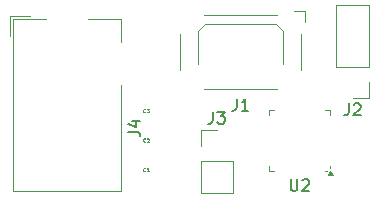
<source format=gbr>
%TF.GenerationSoftware,KiCad,Pcbnew,9.0.3*%
%TF.CreationDate,2025-08-05T13:39:03+02:00*%
%TF.ProjectId,Robotic_arm,526f626f-7469-4635-9f61-726d2e6b6963,rev?*%
%TF.SameCoordinates,Original*%
%TF.FileFunction,Legend,Top*%
%TF.FilePolarity,Positive*%
%FSLAX46Y46*%
G04 Gerber Fmt 4.6, Leading zero omitted, Abs format (unit mm)*
G04 Created by KiCad (PCBNEW 9.0.3) date 2025-08-05 13:39:03*
%MOMM*%
%LPD*%
G01*
G04 APERTURE LIST*
%ADD10C,0.075000*%
%ADD11C,0.150000*%
%ADD12C,0.120000*%
G04 APERTURE END LIST*
D10*
X139450000Y-87606314D02*
X139435714Y-87620600D01*
X139435714Y-87620600D02*
X139392857Y-87634885D01*
X139392857Y-87634885D02*
X139364285Y-87634885D01*
X139364285Y-87634885D02*
X139321428Y-87620600D01*
X139321428Y-87620600D02*
X139292857Y-87592028D01*
X139292857Y-87592028D02*
X139278571Y-87563457D01*
X139278571Y-87563457D02*
X139264285Y-87506314D01*
X139264285Y-87506314D02*
X139264285Y-87463457D01*
X139264285Y-87463457D02*
X139278571Y-87406314D01*
X139278571Y-87406314D02*
X139292857Y-87377742D01*
X139292857Y-87377742D02*
X139321428Y-87349171D01*
X139321428Y-87349171D02*
X139364285Y-87334885D01*
X139364285Y-87334885D02*
X139392857Y-87334885D01*
X139392857Y-87334885D02*
X139435714Y-87349171D01*
X139435714Y-87349171D02*
X139450000Y-87363457D01*
X139735714Y-87634885D02*
X139564285Y-87634885D01*
X139650000Y-87634885D02*
X139650000Y-87334885D01*
X139650000Y-87334885D02*
X139621428Y-87377742D01*
X139621428Y-87377742D02*
X139592857Y-87406314D01*
X139592857Y-87406314D02*
X139564285Y-87420600D01*
D11*
X138004819Y-84283333D02*
X138719104Y-84283333D01*
X138719104Y-84283333D02*
X138861961Y-84330952D01*
X138861961Y-84330952D02*
X138957200Y-84426190D01*
X138957200Y-84426190D02*
X139004819Y-84569047D01*
X139004819Y-84569047D02*
X139004819Y-84664285D01*
X138338152Y-83378571D02*
X139004819Y-83378571D01*
X137957200Y-83616666D02*
X138671485Y-83854761D01*
X138671485Y-83854761D02*
X138671485Y-83235714D01*
X147166666Y-81472319D02*
X147166666Y-82186604D01*
X147166666Y-82186604D02*
X147119047Y-82329461D01*
X147119047Y-82329461D02*
X147023809Y-82424700D01*
X147023809Y-82424700D02*
X146880952Y-82472319D01*
X146880952Y-82472319D02*
X146785714Y-82472319D01*
X148166666Y-82472319D02*
X147595238Y-82472319D01*
X147880952Y-82472319D02*
X147880952Y-81472319D01*
X147880952Y-81472319D02*
X147785714Y-81615176D01*
X147785714Y-81615176D02*
X147690476Y-81710414D01*
X147690476Y-81710414D02*
X147595238Y-81758033D01*
X151738095Y-88284819D02*
X151738095Y-89094342D01*
X151738095Y-89094342D02*
X151785714Y-89189580D01*
X151785714Y-89189580D02*
X151833333Y-89237200D01*
X151833333Y-89237200D02*
X151928571Y-89284819D01*
X151928571Y-89284819D02*
X152119047Y-89284819D01*
X152119047Y-89284819D02*
X152214285Y-89237200D01*
X152214285Y-89237200D02*
X152261904Y-89189580D01*
X152261904Y-89189580D02*
X152309523Y-89094342D01*
X152309523Y-89094342D02*
X152309523Y-88284819D01*
X152738095Y-88380057D02*
X152785714Y-88332438D01*
X152785714Y-88332438D02*
X152880952Y-88284819D01*
X152880952Y-88284819D02*
X153119047Y-88284819D01*
X153119047Y-88284819D02*
X153214285Y-88332438D01*
X153214285Y-88332438D02*
X153261904Y-88380057D01*
X153261904Y-88380057D02*
X153309523Y-88475295D01*
X153309523Y-88475295D02*
X153309523Y-88570533D01*
X153309523Y-88570533D02*
X153261904Y-88713390D01*
X153261904Y-88713390D02*
X152690476Y-89284819D01*
X152690476Y-89284819D02*
X153309523Y-89284819D01*
X145166666Y-82574819D02*
X145166666Y-83289104D01*
X145166666Y-83289104D02*
X145119047Y-83431961D01*
X145119047Y-83431961D02*
X145023809Y-83527200D01*
X145023809Y-83527200D02*
X144880952Y-83574819D01*
X144880952Y-83574819D02*
X144785714Y-83574819D01*
X145547619Y-82574819D02*
X146166666Y-82574819D01*
X146166666Y-82574819D02*
X145833333Y-82955771D01*
X145833333Y-82955771D02*
X145976190Y-82955771D01*
X145976190Y-82955771D02*
X146071428Y-83003390D01*
X146071428Y-83003390D02*
X146119047Y-83051009D01*
X146119047Y-83051009D02*
X146166666Y-83146247D01*
X146166666Y-83146247D02*
X146166666Y-83384342D01*
X146166666Y-83384342D02*
X146119047Y-83479580D01*
X146119047Y-83479580D02*
X146071428Y-83527200D01*
X146071428Y-83527200D02*
X145976190Y-83574819D01*
X145976190Y-83574819D02*
X145690476Y-83574819D01*
X145690476Y-83574819D02*
X145595238Y-83527200D01*
X145595238Y-83527200D02*
X145547619Y-83479580D01*
X156666666Y-81874819D02*
X156666666Y-82589104D01*
X156666666Y-82589104D02*
X156619047Y-82731961D01*
X156619047Y-82731961D02*
X156523809Y-82827200D01*
X156523809Y-82827200D02*
X156380952Y-82874819D01*
X156380952Y-82874819D02*
X156285714Y-82874819D01*
X157095238Y-81970057D02*
X157142857Y-81922438D01*
X157142857Y-81922438D02*
X157238095Y-81874819D01*
X157238095Y-81874819D02*
X157476190Y-81874819D01*
X157476190Y-81874819D02*
X157571428Y-81922438D01*
X157571428Y-81922438D02*
X157619047Y-81970057D01*
X157619047Y-81970057D02*
X157666666Y-82065295D01*
X157666666Y-82065295D02*
X157666666Y-82160533D01*
X157666666Y-82160533D02*
X157619047Y-82303390D01*
X157619047Y-82303390D02*
X157047619Y-82874819D01*
X157047619Y-82874819D02*
X157666666Y-82874819D01*
D10*
X139450000Y-82606314D02*
X139435714Y-82620600D01*
X139435714Y-82620600D02*
X139392857Y-82634885D01*
X139392857Y-82634885D02*
X139364285Y-82634885D01*
X139364285Y-82634885D02*
X139321428Y-82620600D01*
X139321428Y-82620600D02*
X139292857Y-82592028D01*
X139292857Y-82592028D02*
X139278571Y-82563457D01*
X139278571Y-82563457D02*
X139264285Y-82506314D01*
X139264285Y-82506314D02*
X139264285Y-82463457D01*
X139264285Y-82463457D02*
X139278571Y-82406314D01*
X139278571Y-82406314D02*
X139292857Y-82377742D01*
X139292857Y-82377742D02*
X139321428Y-82349171D01*
X139321428Y-82349171D02*
X139364285Y-82334885D01*
X139364285Y-82334885D02*
X139392857Y-82334885D01*
X139392857Y-82334885D02*
X139435714Y-82349171D01*
X139435714Y-82349171D02*
X139450000Y-82363457D01*
X139550000Y-82334885D02*
X139735714Y-82334885D01*
X139735714Y-82334885D02*
X139635714Y-82449171D01*
X139635714Y-82449171D02*
X139678571Y-82449171D01*
X139678571Y-82449171D02*
X139707143Y-82463457D01*
X139707143Y-82463457D02*
X139721428Y-82477742D01*
X139721428Y-82477742D02*
X139735714Y-82506314D01*
X139735714Y-82506314D02*
X139735714Y-82577742D01*
X139735714Y-82577742D02*
X139721428Y-82606314D01*
X139721428Y-82606314D02*
X139707143Y-82620600D01*
X139707143Y-82620600D02*
X139678571Y-82634885D01*
X139678571Y-82634885D02*
X139592857Y-82634885D01*
X139592857Y-82634885D02*
X139564285Y-82620600D01*
X139564285Y-82620600D02*
X139550000Y-82606314D01*
X139450000Y-85106314D02*
X139435714Y-85120600D01*
X139435714Y-85120600D02*
X139392857Y-85134885D01*
X139392857Y-85134885D02*
X139364285Y-85134885D01*
X139364285Y-85134885D02*
X139321428Y-85120600D01*
X139321428Y-85120600D02*
X139292857Y-85092028D01*
X139292857Y-85092028D02*
X139278571Y-85063457D01*
X139278571Y-85063457D02*
X139264285Y-85006314D01*
X139264285Y-85006314D02*
X139264285Y-84963457D01*
X139264285Y-84963457D02*
X139278571Y-84906314D01*
X139278571Y-84906314D02*
X139292857Y-84877742D01*
X139292857Y-84877742D02*
X139321428Y-84849171D01*
X139321428Y-84849171D02*
X139364285Y-84834885D01*
X139364285Y-84834885D02*
X139392857Y-84834885D01*
X139392857Y-84834885D02*
X139435714Y-84849171D01*
X139435714Y-84849171D02*
X139450000Y-84863457D01*
X139564285Y-84863457D02*
X139578571Y-84849171D01*
X139578571Y-84849171D02*
X139607143Y-84834885D01*
X139607143Y-84834885D02*
X139678571Y-84834885D01*
X139678571Y-84834885D02*
X139707143Y-84849171D01*
X139707143Y-84849171D02*
X139721428Y-84863457D01*
X139721428Y-84863457D02*
X139735714Y-84892028D01*
X139735714Y-84892028D02*
X139735714Y-84920600D01*
X139735714Y-84920600D02*
X139721428Y-84963457D01*
X139721428Y-84963457D02*
X139550000Y-85134885D01*
X139550000Y-85134885D02*
X139735714Y-85134885D01*
D12*
%TO.C,J4*%
X127960000Y-74460000D02*
X129700000Y-74460000D01*
X127960000Y-76200000D02*
X127960000Y-74460000D01*
X128200000Y-74700000D02*
X131000000Y-74700000D01*
X128200000Y-89300000D02*
X128200000Y-74700000D01*
X134600000Y-74700000D02*
X137400000Y-74700000D01*
X137400000Y-74700000D02*
X137400000Y-76700000D01*
X137400000Y-80300000D02*
X137400000Y-89300000D01*
X137400000Y-89300000D02*
X128200000Y-89300000D01*
%TO.C,J1*%
X153000000Y-75017500D02*
X153000000Y-74017500D01*
X153000000Y-74017500D02*
X152000000Y-74017500D01*
X152650000Y-79017500D02*
X152650000Y-76017500D01*
X151100000Y-78517500D02*
X151100000Y-75767500D01*
X151100000Y-75767500D02*
X150500000Y-75167500D01*
X150550000Y-80617500D02*
X144450000Y-80617500D01*
X150550000Y-74417500D02*
X144450000Y-74417500D01*
X150500000Y-75167500D02*
X147500000Y-75167500D01*
X144500000Y-75167500D02*
X147500000Y-75167500D01*
X143900000Y-78517500D02*
X143900000Y-75767500D01*
X143900000Y-75767500D02*
X144500000Y-75167500D01*
X142350000Y-79017500D02*
X142350000Y-76017500D01*
%TO.C,U2*%
X155350000Y-87940000D02*
X154870000Y-87940000D01*
X155110000Y-87610000D01*
X155350000Y-87940000D01*
G36*
X155350000Y-87940000D02*
G01*
X154870000Y-87940000D01*
X155110000Y-87610000D01*
X155350000Y-87940000D01*
G37*
X149890000Y-82390000D02*
X149890000Y-82865000D01*
X149890000Y-87610000D02*
X149890000Y-87135000D01*
X150365000Y-82390000D02*
X149890000Y-82390000D01*
X150365000Y-87610000D02*
X149890000Y-87610000D01*
X154635000Y-82390000D02*
X155110000Y-82390000D01*
X154635000Y-87610000D02*
X154810000Y-87610000D01*
X155110000Y-82390000D02*
X155110000Y-82865000D01*
X155110000Y-87135000D02*
X155110000Y-87370000D01*
%TO.C,J3*%
X144120000Y-84120000D02*
X145500000Y-84120000D01*
X144120000Y-85500000D02*
X144120000Y-84120000D01*
X144120000Y-86770000D02*
X144120000Y-89420000D01*
X144120000Y-86770000D02*
X146880000Y-86770000D01*
X144120000Y-89420000D02*
X146880000Y-89420000D01*
X146880000Y-86770000D02*
X146880000Y-89420000D01*
%TO.C,J2*%
X158380000Y-81420000D02*
X157000000Y-81420000D01*
X158380000Y-80040000D02*
X158380000Y-81420000D01*
X158380000Y-78770000D02*
X158380000Y-73580000D01*
X158380000Y-78770000D02*
X155620000Y-78770000D01*
X158380000Y-73580000D02*
X155620000Y-73580000D01*
X155620000Y-78770000D02*
X155620000Y-73580000D01*
%TD*%
M02*

</source>
